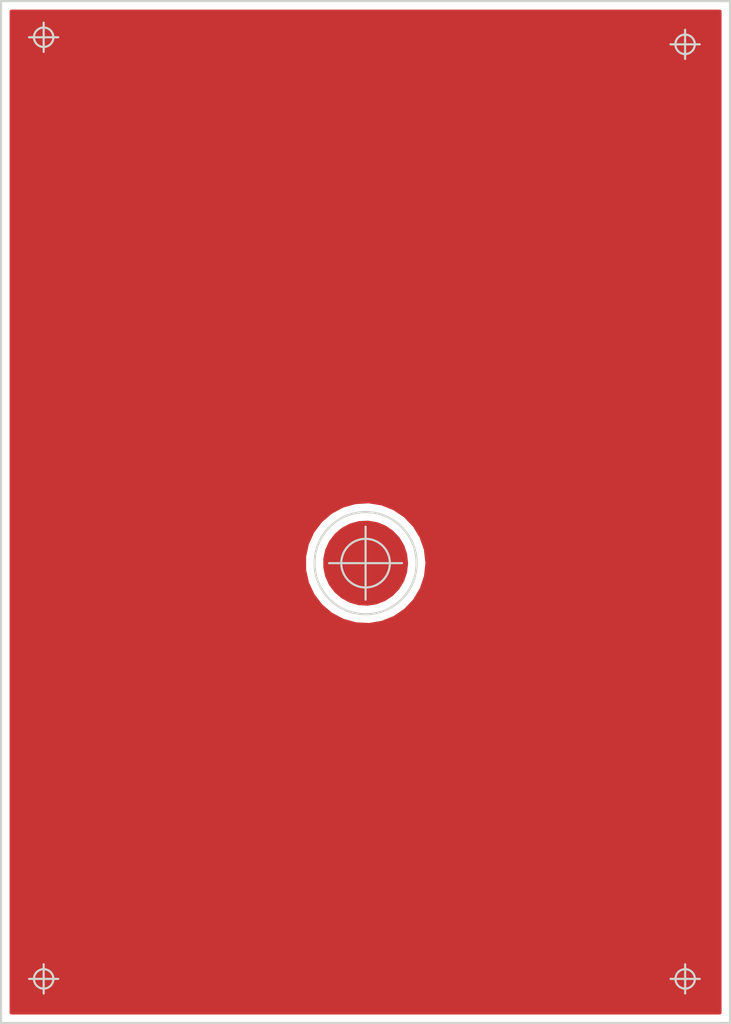
<source format=kicad_pcb>
(kicad_pcb (version 20171130) (host pcbnew 5.0.1-33cea8e~68~ubuntu18.04.1)

  (general
    (thickness 1.6)
    (drawings 10)
    (tracks 0)
    (zones 0)
    (modules 0)
    (nets 1)
  )

  (page A4)
  (layers
    (0 F.Cu signal)
    (31 B.Cu signal)
    (32 B.Adhes user)
    (33 F.Adhes user)
    (34 B.Paste user)
    (35 F.Paste user)
    (36 B.SilkS user)
    (37 F.SilkS user)
    (38 B.Mask user)
    (39 F.Mask user)
    (40 Dwgs.User user)
    (41 Cmts.User user)
    (42 Eco1.User user)
    (43 Eco2.User user)
    (44 Edge.Cuts user)
    (45 Margin user)
    (46 B.CrtYd user)
    (47 F.CrtYd user)
    (48 B.Fab user)
    (49 F.Fab user)
  )

  (setup
    (last_trace_width 0.5)
    (user_trace_width 0.5)
    (user_trace_width 0.75)
    (user_trace_width 1)
    (user_trace_width 1.5)
    (user_trace_width 2)
    (trace_clearance 0.25)
    (zone_clearance 0.508)
    (zone_45_only no)
    (trace_min 0.25)
    (segment_width 0.2)
    (edge_width 0.15)
    (via_size 2)
    (via_drill 0.8)
    (via_min_size 2)
    (via_min_drill 0.8)
    (uvia_size 0.3)
    (uvia_drill 0.1)
    (uvias_allowed no)
    (uvia_min_size 0.2)
    (uvia_min_drill 0.1)
    (pcb_text_width 0.3)
    (pcb_text_size 1.5 1.5)
    (mod_edge_width 0.15)
    (mod_text_size 1 1)
    (mod_text_width 0.15)
    (pad_size 2.5 1.7)
    (pad_drill 1)
    (pad_to_mask_clearance 0.051)
    (solder_mask_min_width 0.25)
    (aux_axis_origin 0 0)
    (visible_elements FFFFFF7F)
    (pcbplotparams
      (layerselection 0x01000_ffffffff)
      (usegerberextensions false)
      (usegerberattributes false)
      (usegerberadvancedattributes false)
      (creategerberjobfile false)
      (excludeedgelayer false)
      (linewidth 0.100000)
      (plotframeref false)
      (viasonmask false)
      (mode 1)
      (useauxorigin false)
      (hpglpennumber 1)
      (hpglpenspeed 20)
      (hpglpendiameter 15.000000)
      (psnegative true)
      (psa4output false)
      (plotreference true)
      (plotvalue true)
      (plotinvisibletext false)
      (padsonsilk false)
      (subtractmaskfromsilk false)
      (outputformat 4)
      (mirror true)
      (drillshape 2)
      (scaleselection 1)
      (outputdirectory ""))
  )

  (net 0 "")

  (net_class Default "This is the default net class."
    (clearance 0.25)
    (trace_width 0.25)
    (via_dia 2)
    (via_drill 0.8)
    (uvia_dia 0.3)
    (uvia_drill 0.1)
    (diff_pair_gap 0.25)
    (diff_pair_width 0.25)
  )

  (target plus (at 50 108.5) (size 5) (width 0.15) (layer Edge.Cuts))
  (target plus (at 27.92068 136.977139) (size 2) (width 0.15) (layer Edge.Cuts) (tstamp 5BD99DDD))
  (target plus (at 71.92068 136.977139) (size 2) (width 0.15) (layer Edge.Cuts) (tstamp 5BD99DDD))
  (target plus (at 71.915486 72.962243) (size 2) (width 0.15) (layer Edge.Cuts) (tstamp 5BD99DDD))
  (target plus (at 27.92068 72.477139) (size 2) (width 0.15) (layer Edge.Cuts) (tstamp 5BD99DC0))
  (gr_circle (center 50 108.5) (end 53.5 108.5) (layer Edge.Cuts) (width 0.15))
  (gr_line (start 75 70) (end 25 70) (layer Edge.Cuts) (width 0.15))
  (gr_line (start 75 140) (end 75 70) (layer Edge.Cuts) (width 0.15))
  (gr_line (start 25 140) (end 75 140) (layer Edge.Cuts) (width 0.15))
  (gr_line (start 25 70) (end 25 140) (layer Edge.Cuts) (width 0.15))

  (zone (net 0) (net_name "") (layer F.Cu) (tstamp 5BD9A9A9) (hatch edge 0.508)
    (connect_pads (clearance 0.508))
    (min_thickness 0.254)
    (fill yes (arc_segments 16) (thermal_gap 0.508) (thermal_bridge_width 0.508))
    (polygon
      (pts
        (xy 25 70) (xy 75 70) (xy 75 140) (xy 25 140)
      )
    )
    (filled_polygon
      (pts
        (xy 74.29 139.29) (xy 25.71 139.29) (xy 25.71 108.057845) (xy 45.793172 108.057845) (xy 45.796362 108.971514)
        (xy 45.995674 109.863184) (xy 46.381809 110.691254) (xy 46.936753 111.417091) (xy 47.634614 112.006829) (xy 48.442833 112.432955)
        (xy 49.323703 112.675586) (xy 50.236125 112.723404) (xy 51.137531 112.574178) (xy 51.985865 112.234868) (xy 52.741547 111.721307)
        (xy 53.369322 111.057454) (xy 53.839899 110.274282) (xy 54.131324 109.40833) (xy 54.23 108.5) (xy 54.229897 108.470469)
        (xy 54.124882 107.56285) (xy 53.827418 106.698954) (xy 53.351385 105.919086) (xy 52.718992 105.259632) (xy 51.959742 104.751359)
        (xy 51.10906 104.41798) (xy 50.206635 104.27505) (xy 49.294568 104.329237) (xy 48.415414 104.578012) (xy 47.61019 105.00977)
        (xy 46.916463 105.604366) (xy 46.3666 106.334059) (xy 45.986254 107.164805) (xy 45.793172 108.057845) (xy 25.71 108.057845)
        (xy 25.71 70.71) (xy 74.290001 70.71)
      )
    )
    (filled_polygon
      (pts
        (xy 50.750286 105.812776) (xy 51.309826 106.036576) (xy 51.808255 106.375308) (xy 52.222318 106.813168) (xy 52.532699 107.329729)
        (xy 52.724916 107.900888) (xy 52.79 108.5) (xy 52.789932 108.519478) (xy 52.720667 109.11812) (xy 52.524467 109.687924)
        (xy 52.210488 110.202305) (xy 51.793377 110.637264) (xy 51.292596 110.972508) (xy 50.731508 111.192396) (xy 50.136291 111.286669)
        (xy 49.534715 111.250929) (xy 48.954848 111.086843) (xy 48.423742 110.802067) (xy 47.966178 110.409886) (xy 47.603502 109.9286)
        (xy 47.352636 109.380661) (xy 47.225284 108.791634) (xy 47.227388 108.189002) (xy 47.358849 107.600879) (xy 47.613534 107.054705)
        (xy 47.979561 106.575961) (xy 48.439852 106.186985) (xy 48.972932 105.905924) (xy 49.553931 105.74589) (xy 50.155742 105.71435)
      )
    )
  )
)

</source>
